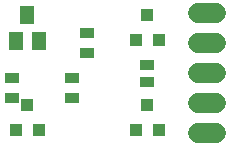
<source format=gbr>
G04 EAGLE Gerber RS-274X export*
G75*
%MOMM*%
%FSLAX34Y34*%
%LPD*%
%INSoldermask Top*%
%IPPOS*%
%AMOC8*
5,1,8,0,0,1.08239X$1,22.5*%
G01*
%ADD10R,1.143000X0.863600*%
%ADD11R,1.143000X0.965200*%
%ADD12C,1.727200*%
%ADD13R,1.003200X1.103200*%
%ADD14R,1.203200X1.603200*%


D10*
X129540Y64008D03*
X129540Y78232D03*
D11*
X66040Y66802D03*
X66040Y50038D03*
X15240Y50038D03*
X15240Y66802D03*
X78740Y104902D03*
X78740Y88138D03*
D12*
X172720Y20320D02*
X187960Y20320D01*
X187960Y45720D02*
X172720Y45720D01*
X172720Y71120D02*
X187960Y71120D01*
X187960Y96520D02*
X172720Y96520D01*
X172720Y121920D02*
X187960Y121920D01*
D13*
X120040Y23020D03*
X139040Y23020D03*
X129540Y44020D03*
X120040Y99220D03*
X139040Y99220D03*
X129540Y120220D03*
X18440Y23020D03*
X37440Y23020D03*
X27940Y44020D03*
D14*
X27940Y120220D03*
X37440Y98220D03*
X18440Y98220D03*
M02*

</source>
